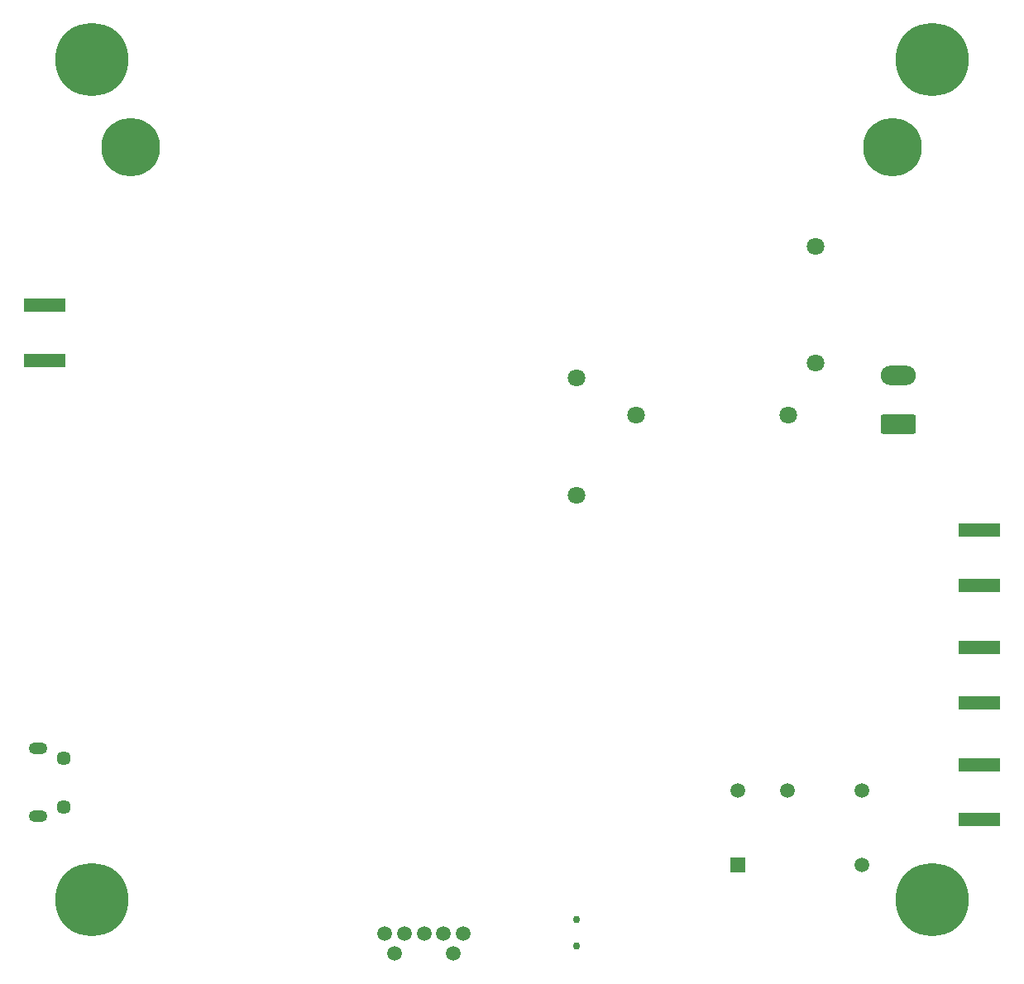
<source format=gbr>
%TF.GenerationSoftware,KiCad,Pcbnew,(6.0.9)*%
%TF.CreationDate,2022-11-09T00:10:41+00:00*%
%TF.ProjectId,Pi_TX_35W_PA,50695f54-585f-4333-9557-5f50412e6b69,rev?*%
%TF.SameCoordinates,Original*%
%TF.FileFunction,Soldermask,Bot*%
%TF.FilePolarity,Negative*%
%FSLAX46Y46*%
G04 Gerber Fmt 4.6, Leading zero omitted, Abs format (unit mm)*
G04 Created by KiCad (PCBNEW (6.0.9)) date 2022-11-09 00:10:41*
%MOMM*%
%LPD*%
G01*
G04 APERTURE LIST*
G04 Aperture macros list*
%AMRoundRect*
0 Rectangle with rounded corners*
0 $1 Rounding radius*
0 $2 $3 $4 $5 $6 $7 $8 $9 X,Y pos of 4 corners*
0 Add a 4 corners polygon primitive as box body*
4,1,4,$2,$3,$4,$5,$6,$7,$8,$9,$2,$3,0*
0 Add four circle primitives for the rounded corners*
1,1,$1+$1,$2,$3*
1,1,$1+$1,$4,$5*
1,1,$1+$1,$6,$7*
1,1,$1+$1,$8,$9*
0 Add four rect primitives between the rounded corners*
20,1,$1+$1,$2,$3,$4,$5,0*
20,1,$1+$1,$4,$5,$6,$7,0*
20,1,$1+$1,$6,$7,$8,$9,0*
20,1,$1+$1,$8,$9,$2,$3,0*%
G04 Aperture macros list end*
%ADD10C,1.450000*%
%ADD11O,1.900000X1.200000*%
%ADD12R,1.501140X1.501140*%
%ADD13C,1.501140*%
%ADD14C,1.500000*%
%ADD15R,4.200000X1.350000*%
%ADD16C,7.500000*%
%ADD17C,1.800000*%
%ADD18RoundRect,0.250000X1.550000X-0.750000X1.550000X0.750000X-1.550000X0.750000X-1.550000X-0.750000X0*%
%ADD19O,3.600000X2.000000*%
%ADD20C,0.750000*%
%ADD21C,6.000000*%
G04 APERTURE END LIST*
D10*
%TO.C,J1*%
X104162500Y-128500000D03*
D11*
X101462500Y-127500000D03*
X101462500Y-134500000D03*
D10*
X104162500Y-133500000D03*
%TD*%
D12*
%TO.C,K1*%
X173092500Y-139457500D03*
D13*
X185792500Y-139457500D03*
X185792500Y-131837500D03*
X178172500Y-131837500D03*
X173092500Y-131837500D03*
%TD*%
D14*
%TO.C,J2*%
X144000000Y-148500000D03*
X138000000Y-148500000D03*
X137000000Y-146500000D03*
X139000000Y-146500000D03*
X141000000Y-146500000D03*
X143000000Y-146500000D03*
X145000000Y-146500000D03*
%TD*%
D15*
%TO.C,J7*%
X197850000Y-110825000D03*
X197850000Y-105175000D03*
%TD*%
D16*
%TO.C,H3*%
X107000000Y-57000000D03*
%TD*%
D15*
%TO.C,J8*%
X197850000Y-117175000D03*
X197850000Y-122825000D03*
%TD*%
D16*
%TO.C,H2*%
X193000000Y-57000000D03*
%TD*%
D17*
%TO.C,L7*%
X156600000Y-89600000D03*
X156600000Y-101600000D03*
%TD*%
D18*
%TO.C,J5*%
X189522500Y-94300000D03*
D19*
X189522500Y-89300000D03*
%TD*%
D20*
%TO.C,SW1*%
X156600000Y-145025000D03*
X156600000Y-147775000D03*
%TD*%
D17*
%TO.C,L6*%
X178250000Y-93400000D03*
X162750000Y-93400000D03*
%TD*%
D16*
%TO.C,H1*%
X107000000Y-143000000D03*
%TD*%
%TO.C,H4*%
X193000000Y-143000000D03*
%TD*%
D21*
%TO.C,U10*%
X111000000Y-66000000D03*
X189000000Y-66000000D03*
%TD*%
D15*
%TO.C,J9*%
X197850000Y-129175000D03*
X197850000Y-134825000D03*
%TD*%
D17*
%TO.C,L5*%
X181100000Y-76100000D03*
X181100000Y-88100000D03*
%TD*%
D15*
%TO.C,J6*%
X102200000Y-87825000D03*
X102200000Y-82175000D03*
%TD*%
M02*

</source>
